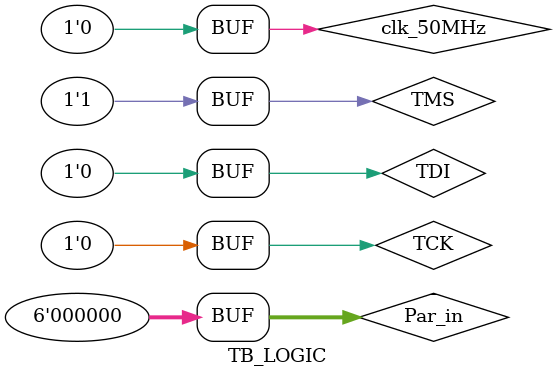
<source format=v>
`timescale 1ns / 1ps


module TB_LOGIC;
	integer i;
	// Inputs
	reg TDI;
	reg TCK;
	reg TMS;
	reg [5:0] Par_in;
	reg clk_50MHz;

	// Outputs
	wire TDO;
	wire TDI2;
	wire TCK2;
	wire TMS2;
	wire TDO2;
	wire [3:0] Par_out;

	// Instantiate the Unit Under Test (UUT)
	TAP_and_UUL uut (
		.TDI(TDI), 
		.TCK(TCK), 
		.TMS(TMS), 
		.TDO(TDO), 
		.TDI2(TDI2), 
		.TCK2(TCK2), 
		.TMS2(TMS2), 
		.TDO2(TDO2), 
		.Par_in(Par_in), 
		.Par_out(Par_out), 
		.clk_50MHz(clk_50MHz)
	);

	initial begin
		// Initialize Inputs
		TDI = 0;
		TCK = 0;
		TMS = 0;
		Par_in = 0;
		clk_50MHz = 0;

		// Wait 100 ns for global reset to finish
		#100;
        
		// Add stimulus here

		//Ñìåíà êîìàíäû íà SAMPLE/PRELOAD
		TMS = 0;		//R_T_I
		#10 TCK=1;	
		#10 TCK=0;
		
		TMS = 1;		//Sel_DR_Scan
		#10 TCK=1;	
		#10 TCK=0;
		
		TMS = 1;		//Sel_IR_Scan
		#10 TCK=1;	
		#10 TCK=0;
		
		TMS = 0;		//Cap_IR
		#10 TCK=1;	
		#10 TCK=0;
		
		TMS = 0;		//Sh_IR
		#10 TCK=1;	
		#10 TCK=0;
		
		//Comand  = 010
		TMS = 0;		//Sh_IR
		TDI = 0;			
		#10 TCK=1;	
		#10 TCK=0;
		
		TMS = 0;		//Sh_IR
		TDI = 1;			
		#10 TCK=1;	
		#10 TCK=0;
		
		TMS = 1;		//Ex1_IR
		TDI = 0;			
		#10 TCK=1;	
		#10 TCK=0;
		//End 010
		
		TMS = 1;		//Up_IR
		#10 TCK=1;	
		#10 TCK=0;
		
		TMS = 1;		//Sel_DR_Scan
		#10 TCK=1;	
		#10 TCK=0;
		
		TMS = 0;		//Cap_DR
		#10 TCK=1;	
		#10 TCK=0;
		
		TMS = 0;		//Sh_DR
		#10 TCK=1;	
		#10 TCK=0;
		
		
		//Load data = 01 0010 0000
		TMS = 0;		//Sh_DR
		TDI = 0;
		#10 TCK=1;	
		#10 TCK=0;
		
		TMS = 0;		//Sh_DR
		TDI = 0;
		#10 TCK=1;	
		#10 TCK=0;
		
		TMS = 0;		//Sh_DR
		TDI = 0;
		#10 TCK=1;	
		#10 TCK=0;
		
		TMS = 0;		//Sh_DR
		TDI = 0;
		#10 TCK=1;	
		#10 TCK=0;
		
		TMS = 0;		//Sh_DR
		TDI = 0;
		#10 TCK=1;	
		#10 TCK=0;
		
		TMS = 0;		//Sh_DR
		TDI = 1;
		#10 TCK=1;	
		#10 TCK=0;
		
		TMS = 0;		//Sh_DR
		TDI = 0;
		#10 TCK=1;	
		#10 TCK=0;
		
		TMS = 0;		//Sh_DR
		TDI = 0;
		#10 TCK=1;	
		#10 TCK=0;
		
		TMS = 0;		//Sh_DR
		TDI = 1;
		#10 TCK=1;	
		#10 TCK=0;
		
		TMS = 1;		//Ex1_DR
		TDI = 0;
		#10 TCK=1;	
		#10 TCK=0;
		//End data = 01 0010 0000
		
		
		TMS = 1;		//Up_DR
		#10 TCK=1;	
		#10 TCK=0;
			
		TMS = 1;		//Sel_DR_Scan
		#10 TCK=1;	
		#10 TCK=0;
	
		TMS = 1;		//Sel_IR_Scan
		#10 TCK=1;	
		#10 TCK=0;
		
		TMS = 0;		//Cap_IR
		#10 TCK=1;	
		#10 TCK=0;
		
		TMS = 0;		//Sh_IR
		#10 TCK=1;	
		#10 TCK=0;
		
		//Ñìåíà êîìàíäû íà EXTEST Comand  = 000
		TMS = 0;		//Sh_IR
		TDI = 0;			
		#10 TCK=1;	
		#10 TCK=0;
		
		TMS = 0;		//Sh_IR
		TDI = 0;			
		#10 TCK=1;	
		#10 TCK=0;
		
		TMS = 1;		//Ex1_IR
		TDI = 0;			
		#10 TCK=1;	
		#10 TCK=0;
		//End 000
		
		TMS = 1;		//Up_IR
		#10 TCK=1;	
		#10 TCK=0;
		
		TMS = 1;		//Sel_DR_Scan
		#10 TCK=1;	
		#10 TCK=0;
		
		TMS = 0;		//Cap_DR
		#10 TCK=1;	
		#10 TCK=0;
		
		TMS = 0;		//Sh_DR
		#10 TCK=1;	
		#10 TCK=0;
		
		//Load data = 0
		TMS = 1;		//Ex1_DR
		TDI = 0;
		#10 TCK=1;	
		#10 TCK=0;
		TDI = 0;
		//End 
		
		TMS = 1;		//Up_DR
		#10 TCK=1;	
		#10 TCK=0;
		
		TMS = 1;		//Sel_DR_Scan
		#10 TCK=1;	
		#10 TCK=0;

		TMS = 0;		//Cap_DR
		#10 TCK=1;	
		#10 TCK=0;
		
		TMS = 0;		//Sh_DR
		#10 TCK=1;	
		#10 TCK=0;
		
		
		//Load data = 01 1010 0000
		TMS = 0;		//Sh_DR
		TDI = 0;
		#10 TCK=1;	
		#10 TCK=0;
		
		TMS = 0;		//Sh_DR
		TDI = 0;
		#10 TCK=1;	
		#10 TCK=0;
		
		TMS = 0;		//Sh_DR
		TDI = 0;
		#10 TCK=1;	
		#10 TCK=0;
		
		TMS = 0;		//Sh_DR
		TDI = 0;
		#10 TCK=1;	
		#10 TCK=0;
		
		TMS = 0;		//Sh_DR
		TDI = 0;
		#10 TCK=1;	
		#10 TCK=0;
		
		TMS = 0;		//Sh_DR
		TDI = 1;
		#10 TCK=1;	
		#10 TCK=0;
		
		TMS = 0;		//Sh_DR
		TDI = 0;
		#10 TCK=1;	
		#10 TCK=0;
		
		TMS = 0;		//Sh_DR
		TDI = 1;
		#10 TCK=1;	
		#10 TCK=0;
		
		TMS = 0;		//Sh_DR
		TDI = 1;
		#10 TCK=1;	
		#10 TCK=0;
		
		TMS = 1;		//Ex1_DR
		TDI = 0;
		#10 TCK=1;	
		#10 TCK=0;
		//End data = 01 1010 0000

		TMS = 1;		//Up_DR
		#10 TCK=1;	
		#10 TCK=0;
		
		TMS = 1;		//Sel_DR_Scan
		#10 TCK=1;	
		#10 TCK=0;

	
	end
      
endmodule

</source>
